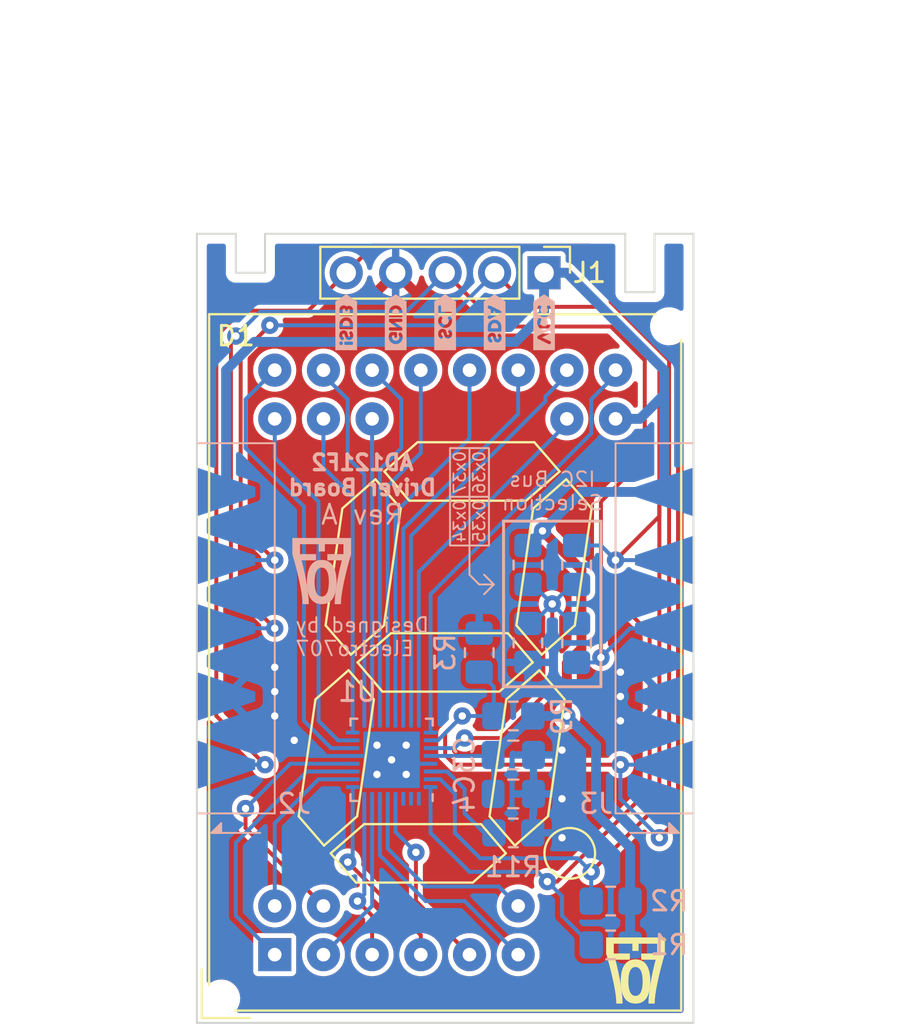
<source format=kicad_pcb>
(kicad_pcb (version 20221018) (generator pcbnew)
  (layers (0 "F.Cu" signal) (31 "B.Cu" signal) (34 "B.Paste" user) (35 "F.Paste" user) (36 "B.SilkS" user "B.Silkscreen") (37 "F.SilkS" user "F.Silkscreen") (38 "B.Mask" user) (39 "F.Mask" user) (44 "Edge.Cuts" user))
  (net 0 "")
  (net 1 "GND")
  (net 2 "VCC")
  (net 3 "/LED_G5")
  (net 4 "/LED_B4")
  (net 5 "/LED_G4")
  (net 6 "/LED_R4")
  (net 7 "/LED_B3")
  (net 8 "/LED_R3")
  (net 9 "/LED_B5")
  (net 10 "/LED_R5")
  (net 11 "/LED_G3")
  (net 12 "/LED_G6")
  (net 13 "/LED_R6")
  (net 14 "/LED_G7")
  (net 15 "/LED_G2")
  (net 16 "/LED_B6")
  (net 17 "/LED_B7")
  (net 18 "/LED_R7")
  (net 19 "/LED_B1")
  (net 20 "/LED_G1")
  (net 21 "/LED_R1")
  (net 22 "/LED_B2")
  (net 23 "/LED_R2")
  (net 24 "/SDA")
  (net 25 "/SCL")
  (net 26 "/~{SDB}")
  (net 27 "/AD")
  (net 28 "Net-(U1-ISET)")
  (footprint "Display_7Segment:AD-121F2" (layer "F.Cu") (at 191.5 114.5 90)
    (fp_text reference "D1")
    (fp_text value "AD-121F2")
  )
  (footprint "Connector_PinHeader_2.54mm:PinHeader_1x05_P2.54mm_Vertical" (layer "F.Cu") (at 205.33 79.5 -90)
    (fp_text reference "J1")
    (fp_text value "Conn_01x05_Socket")
  )
  (footprint "kibuzzard-64D44BAC" (layer "B.Cu") (at 195.17 82.04 90)
    (fp_text reference "kibuzzard-64D44BAC" hide)
    (fp_text value "G***" hide)
  )
  (footprint "Resistor_SMD:R_0805_2012Metric_Pad1.20x1.40mm_HandSolder" (layer "B.Cu") (at 203.75 108.25)
    (fp_text reference "R11")
    (fp_text value "3.3k")
  )
  (footprint "kibuzzard-64D44BC8" (layer "B.Cu") (at 205.33 82.04 90)
    (fp_text reference "kibuzzard-64D44BC8" hide)
    (fp_text value "G***" hide)
  )
  (footprint "Package_DFN_QFN:QFN-32-1EP_4x4mm_P0.4mm_EP2.9x2.9mm" (layer "B.Cu") (at 197.5 104.5 90)
    (fp_text reference "U1")
    (fp_text value "IS31FL3239")
  )
  (footprint "Resistor_SMD:R_0805_2012Metric_Pad1.20x1.40mm_HandSolder" (layer "B.Cu") (at 203.75 102.25 180)
    (fp_text reference "R9")
    (fp_text value "10k")
  )
  (footprint "Resistor_SMD:R_0805_2012Metric_Pad1.20x1.40mm_HandSolder" (layer "B.Cu") (at 208.75 114 180)
    (fp_text reference "R1")
    (fp_text value "4.7k")
  )
  (footprint "Capacitor_SMD:C_0805_2012Metric_Pad1.18x1.45mm_HandSolder" (layer "B.Cu") (at 203.75 104.25)
    (fp_text reference "C3")
    (fp_text value "0.1u")
  )
  (footprint "Resistor_SMD:R_0805_2012Metric_Pad1.20x1.40mm_HandSolder" (layer "B.Cu") (at 202 99 90)
    (fp_text reference "R3")
    (fp_text value "100k")
  )
  (footprint "Resistor_SMD:R_0805_2012Metric_Pad1.20x1.40mm_HandSolder" (layer "B.Cu") (at 208.75 111.75 180)
    (fp_text reference "R2")
    (fp_text value "4.7k")
  )
  (footprint "kibuzzard-64D44BBD" (layer "B.Cu") (at 200.25 82.04 90)
    (fp_text reference "kibuzzard-64D44BBD" hide)
    (fp_text value "G***" hide)
  )
  (footprint "Resistor_SMD:R_0805_2012Metric_Pad1.20x1.40mm_HandSolder" (layer "B.Cu") (at 207 94.5 -90)
    (fp_text reference "R5" hide)
    (fp_text value "0")
  )
  (footprint "ProjectLibrary:CustomBoardInterconnectMirror" (layer "B.Cu") (at 191.5 106.25 180)
    (fp_text reference "J2")
    (fp_text value "Conn_01x05_Socket")
  )
  (footprint "kibuzzard-64D44BB9" (layer "B.Cu") (at 197.71 82.04 90)
    (fp_text reference "kibuzzard-64D44BB9" hide)
    (fp_text value "G***" hide)
  )
  (footprint "Capacitor_SMD:C_0805_2012Metric_Pad1.18x1.45mm_HandSolder" (layer "B.Cu") (at 203.75 106.25)
    (fp_text reference "C4")
    (fp_text value "1u")
  )
  (footprint "ProjectLibrary:CustomBoardInterconnect" (layer "B.Cu") (at 213 106.25 180)
    (fp_text reference "J3")
    (fp_text value "Conn_01x05_Pin")
  )
  (footprint "Resistor_SMD:R_0805_2012Metric_Pad1.20x1.40mm_HandSolder" (layer "B.Cu") (at 204.5 98.5 90)
    (fp_text reference "R10" hide)
    (fp_text value "0")
  )
  (footprint "Resistor_SMD:R_0805_2012Metric_Pad1.20x1.40mm_HandSolder" (layer "B.Cu") (at 204.5 94.5 -90)
    (fp_text reference "R4" hide)
    (fp_text value "0")
  )
  (footprint "Resistor_SMD:R_0805_2012Metric_Pad1.20x1.40mm_HandSolder" (layer "B.Cu") (at 207 98.5 90)
    (fp_text reference "R6" hide)
    (fp_text value "0")
  )
  (footprint "kibuzzard-64D44BC4" (layer "B.Cu") (at 202.79 82.04 90)
    (fp_text reference "kibuzzard-64D44BC4" hide)
    (fp_text value "G***" hide)
  )
  (gr_poly (pts (xy 193.837265 94.252197) (xy 193.787643 94.257416) (xy 193.73209 94.267579) (xy 193.672141 94.284334) (xy 193.609337 94.309329) (xy 193.577344 94.325431) (xy 193.545214 94.344211) (xy 193.513139 94.365875) (xy 193.481311 94.390629) (xy 193.449922 94.418679) (xy 193.419165 94.450231) (xy 193.389233 94.48549) (xy 193.360316 94.524664) (xy 193.332608 94.567957) (xy 193.3063 94.615576) (xy 193.281586 94.667727) (xy 193.258657 94.724616) (xy 193.237705 94.786449) (xy 193.218923 94.853431) (xy 193.202504 94.92577) (xy 193.188638 95.00367) (xy 193.177519 95.087338) (xy 193.169339 95.176979) (xy 193.16429 95.272801) (xy 193.162564 95.375008) (xy 193.16429 95.477215) (xy 193.169339 95.573037) (xy 193.177519 95.662678) (xy 193.188638 95.746346) (xy 193.202504 95.824246) (xy 193.218924 95.896585) (xy 193.237705 95.963567) (xy 193.258657 96.0254) (xy 193.281586 96.082289) (xy 193.3063 96.13444) (xy 193.332608 96.182059) (xy 193.360316 96.225353) (xy 193.389233 96.264526) (xy 193.419165 96.299786) (xy 193.449922 96.331338) (xy 193.481311 96.359388) (xy 193.513139 96.384142) (xy 193.545214 96.405806) (xy 193.577344 96.424586) (xy 193.609337 96.440688) (xy 193.641 96.454318) (xy 193.672141 96.465683) (xy 193.702569 96.474987) (xy 193.732089 96.482438) (xy 193.787643 96.492601) (xy 193.837264 96.497819) (xy 193.912557 96.500017) (xy 193.98785 96.497819) (xy 194.037471 96.492601) (xy 194.093025 96.482438) (xy 194.152973 96.465683) (xy 194.215778 96.440688) (xy 194.24777 96.424586) (xy 194.279901 96.405806) (xy 194.311976 96.384142) (xy 194.343804 96.359388) (xy 194.375192 96.331338) (xy 194.405949 96.299786) (xy 194.435882 96.264526) (xy 194.464799 96.225353) (xy 194.492507 96.182059) (xy 194.518814 96.13444) (xy 194.543528 96.082289) (xy 194.566458 96.0254) (xy 194.587409 95.963567) (xy 194.606191 95.896585) (xy 194.622611 95.824246) (xy 194.636476 95.746346) (xy 194.647595 95.662678) (xy 194.655775 95.573037) (xy 194.660824 95.477215) (xy 194.66255 95.375008) (xy 194.287573 95.375008) (xy 194.28671 95.443146) (xy 194.284185 95.507027) (xy 194.280095 95.566788) (xy 194.274535 95.622566) (xy 194.267602 95.674499) (xy 194.259392 95.722725) (xy 194.25 95.767379) (xy 194.239524 95.808601) (xy 194.228058 95.846526) (xy 194.215701 95.881293) (xy 194.202546 95.913039) (xy 194.188691 95.9419) (xy 194.174232 95.968015) (xy 194.159265 95.991521) (xy 194.143885 96.012555) (xy 194.12819 96.031255) (xy 194.112275 96.047757) (xy 194.096237 96.062199) (xy 194.080171 96.074718) (xy 194.064174 96.085453) (xy 194.048341 96.094539) (xy 194.03277 96.102115) (xy 194.017555 96.108317) (xy 194.002794 96.113283) (xy 193.988582 96.117151) (xy 193.975016 96.120058) (xy 193.950204 96.123537) (xy 193.929128 96.124818) (xy 193.912557 96.125001) (xy 193.87491 96.123537) (xy 193.850098 96.120058) (xy 193.82232 96.113283) (xy 193.792345 96.102115) (xy 193.760941 96.085453) (xy 193.728878 96.062199) (xy 193.712839 96.047757) (xy 193.696924 96.031255) (xy 193.681229 96.012555) (xy 193.66585 95.991521) (xy 193.650882 95.968015) (xy 193.636423 95.9419) (xy 193.622568 95.913039) (xy 193.609414 95.881293) (xy 193.597056 95.846526) (xy 193.585591 95.808601) (xy 193.575114 95.767379) (xy 193.565723 95.722725) (xy 193.557512 95.674499) (xy 193.550579 95.622566) (xy 193.545019 95.566788) (xy 193.540929 95.507027) (xy 193.538404 95.443146) (xy 193.537541 95.375008) (xy 193.538404 95.30687) (xy 193.540929 95.242989) (xy 193.545019 95.183228) (xy 193.550579 95.12745) (xy 193.557512 95.075517) (xy 193.565723 95.027291) (xy 193.575114 94.982637) (xy 193.585591 94.941415) (xy 193.597056 94.90349) (xy 193.609414 94.868723) (xy 193.622568 94.836978) (xy 193.636423 94.808116) (xy 193.650882 94.782001) (xy 193.66585 94.758495) (xy 193.681229 94.737461) (xy 193.696924 94.718762) (xy 193.712839 94.70226) (xy 193.728877 94.687818) (xy 193.744943 94.675298) (xy 193.760941 94.664564) (xy 193.776773 94.655478) (xy 193.792345 94.647902) (xy 193.807559 94.641699) (xy 193.82232 94.636733) (xy 193.836532 94.632865) (xy 193.850098 94.629959) (xy 193.87491 94.62648) (xy 193.895986 94.625199) (xy 193.912557 94.625016) (xy 193.950204 94.62648) (xy 193.975016 94.629959) (xy 194.002794 94.636733) (xy 194.03277 94.647902) (xy 194.064174 94.664564) (xy 194.096237 94.687818) (xy 194.112275 94.70226) (xy 194.12819 94.718762) (xy 194.143885 94.737461) (xy 194.159265 94.758495) (xy 194.174232 94.782001) (xy 194.188691 94.808116) (xy 194.202546 94.836978) (xy 194.215701 94.868723) (xy 194.228058 94.90349) (xy 194.239524 94.941416) (xy 194.25 94.982637) (xy 194.259392 95.027291) (xy 194.267602 95.075517) (xy 194.274535 95.12745) (xy 194.280095 95.183228) (xy 194.284185 95.242989) (xy 194.28671 95.30687) (xy 194.287573 95.375008) (xy 194.66255 95.375008) (xy 194.660824 95.272801) (xy 194.655775 95.176979) (xy 194.647595 95.087338) (xy 194.636476 95.00367) (xy 194.622611 94.92577) (xy 194.606191 94.853432) (xy 194.587409 94.786449) (xy 194.566458 94.724616) (xy 194.543528 94.667728) (xy 194.518814 94.615577) (xy 194.492507 94.567957) (xy 194.464798 94.524664) (xy 194.435882 94.485491) (xy 194.405949 94.450231) (xy 194.375192 94.418679) (xy 194.343804 94.390629) (xy 194.311976 94.365875) (xy 194.2799 94.344211) (xy 194.24777 94.325431) (xy 194.215778 94.309329) (xy 194.184114 94.295699) (xy 194.152973 94.284334) (xy 194.122546 94.27503) (xy 194.093025 94.267579) (xy 194.037471 94.257416) (xy 193.98785 94.252197) (xy 193.912557 94.25)) (stroke (width 0.019874)) (fill solid) (layer "B.SilkS"))
  (gr_rect (start 200.5 88.5) (end 202.5 93.5) (stroke (width 0.1)) (fill none) (layer "B.SilkS"))
  (gr_line (start 201.5 88.5) (end 201.5 93.5) (stroke (width 0.1)) (layer "B.SilkS"))
  (gr_line (start 202 95.5) (end 201.5 95) (stroke (width 0.1)) (layer "B.SilkS"))
  (gr_line (start 202.75 95.5) (end 202.25 95) (stroke (width 0.1)) (layer "B.SilkS"))
  (gr_poly (pts (xy 192.412572 93.95) (xy 192.526245 94.33789) (xy 192.611646 94.657959) (xy 192.7032 95.028124) (xy 192.791238 95.4229) (xy 192.866093 95.816796) (xy 192.895555 96.00545) (xy 192.918096 96.184326) (xy 192.932506 96.350238) (xy 192.937578 96.5) (xy 193.23756 96.5) (xy 193.234172 96.353607) (xy 193.224522 96.197217) (xy 193.209379 96.033138) (xy 193.189511 95.863675) (xy 193.165687 95.691136) (xy 193.138678 95.517828) (xy 193.078177 95.178135) (xy 193.01416 94.863051) (xy 192.952781 94.591033) (xy 192.900191 94.380537) (xy 192.862544 94.25002) (xy 193.612576 94.25002) (xy 193.612576 93.95) (xy 192.787549 93.95) (xy 192.787559 93.425014) (xy 193.762559 93.425014) (xy 193.762559 93.800014) (xy 194.062559 93.800014) (xy 194.062559 93.425014) (xy 195.037559 93.425014) (xy 195.037566 93.95) (xy 194.212578 93.95) (xy 194.212578 94.25002) (xy 194.962571 94.25002) (xy 194.924924 94.380537) (xy 194.872334 94.591033) (xy 194.810954 94.863051) (xy 194.746938 95.178135) (xy 194.686437 95.517828) (xy 194.635604 95.863674) (xy 194.615736 96.033137) (xy 194.600593 96.197217) (xy 194.590943 96.353607) (xy 194.587555 96.5) (xy 194.887575 96.5) (xy 194.892647 96.350238) (xy 194.907056 96.184326) (xy 194.929595 96.00545) (xy 194.959055 95.816796) (xy 194.994227 95.621551) (xy 195.033903 95.4229) (xy 195.121934 95.028124) (xy 195.213481 94.657959) (xy 195.298876 94.33789) (xy 195.368453 94.093408) (xy 195.412543 93.95) (xy 195.412559 93.125014) (xy 192.41256 93.125014)) (stroke (width 0.019874)) (fill solid) (layer "B.SilkS"))
  (gr_line (start 200.5 91) (end 202.5 91) (stroke (width 0.1)) (layer "B.SilkS"))
  (gr_line (start 202.75 95.5) (end 202 95.5) (stroke (width 0.1)) (layer "B.SilkS"))
  (gr_line (start 201.5 95) (end 201.5 93.5) (stroke (width 0.1)) (layer "B.SilkS"))
  (gr_line (start 202.75 95.5) (end 202.25 96) (stroke (width 0.1)) (layer "B.SilkS"))
  (gr_rect (start 203.25 92.25) (end 208.25 100.75) (stroke (width 0.15)) (fill none) (layer "B.SilkS"))
  (gr_poly (pts (xy 210.100313 114.752197) (xy 210.149935 114.757416) (xy 210.205488 114.767579) (xy 210.265437 114.784334) (xy 210.328241 114.809329) (xy 210.360234 114.825431) (xy 210.392364 114.844211) (xy 210.424439 114.865875) (xy 210.456267 114.890629) (xy 210.487656 114.918679) (xy 210.518413 114.950231) (xy 210.548345 114.98549) (xy 210.577262 115.024664) (xy 210.60497 115.067957) (xy 210.631278 115.115576) (xy 210.655992 115.167727) (xy 210.678921 115.224616) (xy 210.699873 115.286449) (xy 210.718655 115.353431) (xy 210.735074 115.42577) (xy 210.74894 115.50367) (xy 210.760059 115.587338) (xy 210.768239 115.676979) (xy 210.773288 115.772801) (xy 210.775014 115.875008) (xy 210.773288 115.977215) (xy 210.768239 116.073037) (xy 210.760059 116.162678) (xy 210.74894 116.246346) (xy 210.735074 116.324246) (xy 210.718654 116.396585) (xy 210.699873 116.463567) (xy 210.678921 116.5254) (xy 210.655992 116.582289) (xy 210.631278 116.63444) (xy 210.60497 116.682059) (xy 210.577262 116.725353) (xy 210.548345 116.764526) (xy 210.518413 116.799786) (xy 210.487656 116.831338) (xy 210.456267 116.859388) (xy 210.424439 116.884142) (xy 210.392364 116.905806) (xy 210.360234 116.924586) (xy 210.328241 116.940688) (xy 210.296578 116.954318) (xy 210.265437 116.965683) (xy 210.235009 116.974987) (xy 210.205489 116.982438) (xy 210.149935 116.992601) (xy 210.100314 116.997819) (xy 210.025021 117.000017) (xy 209.949728 116.997819) (xy 209.900107 116.992601) (xy 209.844553 116.982438) (xy 209.784605 116.965683) (xy 209.7218 116.940688) (xy 209.689808 116.924586) (xy 209.657677 116.905806) (xy 209.625602 116.884142) (xy 209.593774 116.859388) (xy 209.562386 116.831338) (xy 209.531629 116.799786) (xy 209.501696 116.764526) (xy 209.472779 116.725353) (xy 209.445071 116.682059) (xy 209.418764 116.63444) (xy 209.39405 116.582289) (xy 209.37112 116.5254) (xy 209.350169 116.463567) (xy 209.331387 116.396585) (xy 209.314967 116.324246) (xy 209.301102 116.246346) (xy 209.289983 116.162678) (xy 209.281803 116.073037) (xy 209.276754 115.977215) (xy 209.275028 115.875008) (xy 209.650005 115.875008) (xy 209.650868 115.943146) (xy 209.653393 116.007027) (xy 209.657483 116.066788) (xy 209.663043 116.122566) (xy 209.669976 116.174499) (xy 209.678186 116.222725) (xy 209.687578 116.267379) (xy 209.698054 116.308601) (xy 209.70952 116.346526) (xy 209.721877 116.381293) (xy 209.735032 116.413039) (xy 209.748887 116.4419) (xy 209.763346 116.468015) (xy 209.778313 116.491521) (xy 209.793693 116.512555) (xy 209.809388 116.531255) (xy 209.825303 116.547757) (xy 209.841341 116.562199) (xy 209.857407 116.574718) (xy 209.873404 116.585453) (xy 209.889237 116.594539) (xy 209.904808 116.602115) (xy 209.920023 116.608317) (xy 209.934784 116.613283) (xy 209.948996 116.617151) (xy 209.962562 116.620058) (xy 209.987374 116.623537) (xy 210.00845 116.624818) (xy 210.025021 116.625001) (xy 210.062668 116.623537) (xy 210.08748 116.620058) (xy 210.115258 116.613283) (xy 210.145233 116.602115) (xy 210.176637 116.585453) (xy 210.2087 116.562199) (xy 210.224739 116.547757) (xy 210.240654 116.531255) (xy 210.256349 116.512555) (xy 210.271728 116.491521) (xy 210.286696 116.468015) (xy 210.301155 116.4419) (xy 210.31501 116.413039) (xy 210.328164 116.381293) (xy 210.340522 116.346526) (xy 210.351987 116.308601) (xy 210.362464 116.267379) (xy 210.371855 116.222725) (xy 210.380066 116.174499) (xy 210.386999 116.122566) (xy 210.392559 116.066788) (xy 210.396649 116.007027) (xy 210.399174 115.943146) (xy 210.400037 115.875008) (xy 210.399174 115.80687) (xy 210.396649 115.742989) (xy 210.392559 115.683228) (xy 210.386999 115.62745) (xy 210.380066 115.575517) (xy 210.371855 115.527291) (xy 210.362464 115.482637) (xy 210.351987 115.441415) (xy 210.340522 115.40349) (xy 210.328164 115.368723) (xy 210.31501 115.336978) (xy 210.301155 115.308116) (xy 210.286696 115.282001) (xy 210.271728 115.258495) (xy 210.256349 115.237461) (xy 210.240654 115.218762) (xy 210.224739 115.20226) (xy 210.208701 115.187818) (xy 210.192635 115.175298) (xy 210.176637 115.164564) (xy 210.160805 115.155478) (xy 210.145233 115.147902) (xy 210.130019 115.141699) (xy 210.115258 115.136733) (xy 210.101046 115.132865) (xy 210.08748 115.129959) (xy 210.062668 115.12648) (xy 210.041592 115.125199) (xy 210.025021 115.125016) (xy 209.987374 115.12648) (xy 209.962562 115.129959) (xy 209.934784 115.136733) (xy 209.904808 115.147902) (xy 209.873404 115.164564) (xy 209.841341 115.187818) (xy 209.825303 115.20226) (xy 209.809388 115.218762) (xy 209.793693 115.237461) (xy 209.778313 115.258495) (xy 209.763346 115.282001) (xy 209.748887 115.308116) (xy 209.735032 115.336978) (xy 209.721877 115.368723) (xy 209.70952 115.40349) (xy 209.698054 115.441416) (xy 209.687578 115.482637) (xy 209.678186 115.527291) (xy 209.669976 115.575517) (xy 209.663043 115.62745) (xy 209.657483 115.683228) (xy 209.653393 115.742989) (xy 209.650868 115.80687) (xy 209.650005 115.875008) (xy 209.275028 115.875008) (xy 209.276754 115.772801) (xy 209.281803 115.676979) (xy 209.289983 115.587338) (xy 209.301102 115.50367) (xy 209.314967 115.42577) (xy 209.331387 115.353432) (xy 209.350169 115.286449) (xy 209.37112 115.224616) (xy 209.39405 115.167728) (xy 209.418764 115.115577) (xy 209.445071 115.067957) (xy 209.47278 115.024664) (xy 209.501696 114.985491) (xy 209.531629 114.950231) (xy 209.562386 114.918679) (xy 209.593774 114.890629) (xy 209.625602 114.865875) (xy 209.657678 114.844211) (xy 209.689808 114.825431) (xy 209.7218 114.809329) (xy 209.753464 114.795699) (xy 209.784605 114.784334) (xy 209.815032 114.77503) (xy 209.844553 114.767579) (xy 209.900107 114.757416) (xy 209.949728 114.752197) (xy 210.025021 114.75)) (stroke (width 0.019874)) (fill solid) (layer "F.SilkS"))
  (gr_poly (pts (xy 211.525006 114.45) (xy 211.411333 114.83789) (xy 211.325932 115.157959) (xy 211.234378 115.528124) (xy 211.14634 115.9229) (xy 211.071485 116.316796) (xy 211.042023 116.50545) (xy 211.019482 116.684326) (xy 211.005072 116.850238) (xy 211 117) (xy 210.700018 117) (xy 210.703406 116.853607) (xy 210.713056 116.697217) (xy 210.728199 116.533138) (xy 210.748067 116.363675) (xy 210.771891 116.191136) (xy 210.7989 116.017828) (xy 210.859401 115.678135) (xy 210.923418 115.363051) (xy 210.984797 115.091033) (xy 211.037387 114.880537) (xy 211.075034 114.75002) (xy 210.325002 114.75002) (xy 210.325002 114.45) (xy 211.150029 114.45) (xy 211.150019 113.925014) (xy 210.175019 113.925014) (xy 210.175019 114.300014) (xy 209.875019 114.300014) (xy 209.875019 113.925014) (xy 208.900019 113.925014) (xy 208.900012 114.45) (xy 209.725 114.45) (xy 209.725 114.75002) (xy 208.975007 114.75002) (xy 209.012654 114.880537) (xy 209.065244 115.091033) (xy 209.126624 115.363051) (xy 209.19064 115.678135) (xy 209.251141 116.017828) (xy 209.301974 116.363674) (xy 209.321842 116.533137) (xy 209.336985 116.697217) (xy 209.346635 116.853607) (xy 209.350023 117) (xy 209.050003 117) (xy 209.044931 116.850238) (xy 209.030522 116.684326) (xy 209.007983 116.50545) (xy 208.978523 116.316796) (xy 208.943351 116.121551) (xy 208.903675 115.9229) (xy 208.815644 115.528124) (xy 208.724097 115.157959) (xy 208.638702 114.83789) (xy 208.569125 114.593408) (xy 208.525035 114.45) (xy 208.525019 113.625014) (xy 211.525018 113.625014)) (stroke (width 0.019874)) (fill solid) (layer "F.SilkS"))
  (gr_line (start 209.5 80.5) (end 211 80.5) (stroke (width 0.1)) (layer "Edge.Cuts"))
  (gr_line (start 211 77.5) (end 213 77.5) (stroke (width 0.1)) (layer "Edge.Cuts"))
  (gr_line (start 191 77.5) (end 209.5 77.5) (stroke (width 0.1)) (layer "Edge.Cuts"))
  (gr_line (start 187.5 118) (end 187.5 77.5) (stroke (width 0.1)) (layer "Edge.Cuts"))
  (gr_line (start 211 80.5) (end 211 77.5) (stroke (width 0.1)) (layer "Edge.Cuts"))
  (gr_line (start 187.5 77.5) (end 189.5 77.5) (stroke (width 0.1)) (layer "Edge.Cuts"))
  (gr_line (start 191 79.5) (end 191 77.5) (stroke (width 0.1)) (layer "Edge.Cuts"))
  (gr_line (start 189.5 77.5) (end 189.5 79.5) (stroke (width 0.1)) (layer "Edge.Cuts"))
  (gr_line (start 213 77.5) (end 213 118) (stroke (width 0.1)) (layer "Edge.Cuts"))
  (gr_line (start 209.5 77.5) (end 209.5 80.5) (stroke (width 0.1)) (layer "Edge.Cuts"))
  (gr_line (start 189.5 79.5) (end 191 79.5) (stroke (width 0.1)) (layer "Edge.Cuts"))
  (gr_line (start 213 118) (end 187.5 118) (stroke (width 0.1)) (layer "Edge.Cuts"))
  (gr_text "0x34" (at 201 92.25 90) (layer "B.SilkS") (effects (font (size 0.6 0.6) (thickness 0.09)) (justify mirror)))
  (gr_text "AD121F2\nDriver Board" (at 196 91) (layer "B.SilkS") (effects (font (size 0.8 0.8) (thickness 0.18) bold) (justify bottom mirror)))
  (gr_text "I2C Bus\nSelection" (at 205.75 91.75) (layer "B.SilkS") (effects (font (size 0.75 0.75) (thickness 0.1)) (justify bottom mirror)))
  (gr_text "Rev A" (at 196 92.5) (layer "B.SilkS") (effects (font (size 1 1) (thickness 0.125)) (justify bottom mirror)))
  (gr_text "0x35" (at 202 92.25 90) (layer "B.SilkS") (effects (font (size 0.6 0.6) (thickness 0.09)) (justify mirror)))
  (gr_text "0x36" (at 202 89.75 90) (layer "B.SilkS") (effects (font (size 0.6 0.6) (thickness 0.09)) (justify mirror)))
  (gr_text "Designed by\nElectro707" (at 192.5 99.232637) (layer "B.SilkS") (effects (font (size 0.75 0.75) (thickness 0.1)) (justify right bottom mirror)))
  (gr_text "0x37" (at 201 89.75 90) (layer "B.SilkS") (effects (font (size 0.6 0.6) (thickness 0.09)) (justify mirror)))
  (segment (start 196.25 80.96) (end 196.25 81.5) (width 0.508) (layer "F.Cu") (net 1))
  (segment (start 197.71 79.5) (end 196.25 80.96) (width 0.508) (layer "F.Cu") (net 1))
  (segment (start 199.25 81.04) (end 199.25 81.5) (width 0.508) (layer "F.Cu") (net 1))
  (segment (start 197.71 79.5) (end 199.25 81.04) (width 0.508) (layer "F.Cu") (net 1))
  (via (at 196.75 103.75) (size 0.889) (drill 0.381) (layers "F.Cu" "B.Cu") (net 1))
  (via (at 198.25 103.75) (size 0.889) (drill 0.381) (layers "F.Cu" "B.Cu") (net 1))
  (via (at 192.5 103.5) (size 0.889) (drill 0.381) (layers "F.Cu" "B.Cu") (net 1))
  (via (at 198.25 105.25) (size 0.889) (drill 0.381) (layers "F.Cu" "B.Cu") (net 1))
  (via (at 191.5 101) (size 0.889) (drill 0.381) (layers "F.Cu" "B.Cu") (net 1))
  (via (at 197.5 104.5) (size 0.889) (drill 0.381) (layers "F.Cu" "B.Cu") (net 1))
  (via (at 206.25 104) (size 0.889) (drill 0.381) (layers "F.Cu" "B.Cu") (net 1))
  (via (at 206.25 106.5) (size 0.889) (drill 0.381) (layers "F.Cu" "B.Cu") (net 1))
  (via (at 209.25 102.5) (size 0.889) (drill 0.381) (layers "F.Cu" "B.Cu") (net 1))
  (via (at 191.5 102.25) (size 0.889) (drill 0.381) (layers "F.Cu" "B.Cu") (net 1))
  (via (at 209.25 101.25) (size 0.889) (drill 0.381) (layers "F.Cu" "B.Cu") (net 1))
  (via (at 191.5 99.75) (size 0.889) (drill 0.381) (layers "F.Cu" "B.Cu") (net 1))
  (via (at 209.25 100) (size 0.889) (drill 0.381) (layers "F.Cu" "B.Cu") (net 1))
  (via (at 206.25 108.5) (size 0.889) (drill 0.381) (layers "F.Cu" "B.Cu") (net 1))
  (via (at 196.75 105.25) (size 0.889) (drill 0.381) (layers "F.Cu" "B.Cu") (net 1))
  (segment (start 199.5 104.7) (end 197.7 104.7) (width 0.2032) (layer "B.Cu") (net 1))
  (segment (start 197.7 104.7) (end 197.5 104.5) (width 0.2032) (layer "B.Cu") (net 1))
  (segment (start 195.5 104.3) (end 193.3 104.3) (width 0.2032) (layer "B.Cu") (net 1))
  (segment (start 197.3 104.3) (end 197.5 104.5) (width 0.2032) (layer "B.Cu") (net 1))
  (segment (start 197.3 104.432) (end 197.5 104.632) (width 0.2032) (layer "B.Cu") (net 1))
  (segment (start 195.5 104.3) (end 197.3 104.3) (width 0.2032) (layer "B.Cu") (net 1))
  (segment (start 193.3 104.3) (end 192.5 103.5) (width 0.2032) (layer "B.Cu") (net 1))
  (segment (start 197.7 104.832) (end 197.5 104.632) (width 0.2032) (layer "B.Cu") (net 1))
  (segment (start 206.5 102.25) (end 206.5 99.546645) (width 0.508) (layer "F.Cu") (net 2))
  (segment (start 207.25 98.796645) (end 207.25 94.75) (width 0.508) (layer "F.Cu") (net 2))
  (segment (start 206.5 99.546645) (end 207.25 98.796645) (width 0.508) (layer "F.Cu") (net 2))
  (segment (start 207.25 94.75) (end 205.25 92.75) (width 0.508) (layer "F.Cu") (net 2))
  (via (at 206.5 102.25) (size 0.889) (drill 0.381) (layers "F.Cu" "B.Cu") (net 2))
  (via (at 205.25 92.75) (size 0.889) (drill 0.381) (layers "F.Cu" "B.Cu") (net 2))
  (segment (start 211.5 85.75) (end 211.5 90.75) (width 0.508) (layer "B.Cu") (net 2))
  (segment (start 205.33 81.585) (end 203.8656 83.0494) (width 0.508) (layer "B.Cu") (net 2))
  (segment (start 204.75 102.25) (end 204.7125 102.25) (width 0.508) (layer "B.Cu") (net 2))
  (segment (start 206.5 102.25) (end 208 103.75) (width 0.508) (layer "B.Cu") (net 2))
  (segment (start 207.25 90.75) (end 204.5 93.5) (width 0.508) (layer "B.Cu") (net 2))
  (segment (start 205.33 79.5) (end 206.5 79.5) (width 0.508) (layer "B.Cu") (net 2))
  (segment (start 208 103.75) (end 208 107.25) (width 0.508) (layer "B.Cu") (net 2))
  (segment (start 204.7125 102.25) (end 202.7125 104.25) (width 0.508) (layer "B.Cu") (net 2))
  (segment (start 211.5 90.75) (end 207.25 90.75) (width 0.508) (layer "B.Cu") (net 2))
  (segment (start 206.5 79.5) (end 211.5 84.5) (width 0.508) (layer "B.Cu") (net 2))
  (segment (start 211.5 84.5) (end 211.5 85.75) (width 0.508) (layer "B.Cu") (net 2))
  (segment (start 211.25 86) (end 210.25 87) (width 0.508) (layer "B.Cu") (net 2))
  (segment (start 203.8656 83.0494) (end 190.4506 83.0494) (width 0.508) (layer "B.Cu") (net 2))
  (segment (start 211.5 85.75) (end 211.25 86) (width 0.508) (layer "B.Cu") (net 2))
  (segment (start 189 84.5) (end 189 90.75) (width 0.508) (layer "B.Cu") (net 2))
  (segment (start 209.75 111.75) (end 209.75 114) (width 0.508) (layer "B.Cu") (net 2))
  (segment (start 199.5 104.3) (end 202.6625 104.3) (width 0.2032) (layer "B.Cu") (net 2))
  (segment (start 208 107.25) (end 209.75 109) (width 0.508) (layer "B.Cu") (net 2))
  (segment (start 206.5 102.25) (end 204.75 102.25) (width 0.508) (layer "B.Cu") (net 2))
  (segment (start 205.33 79.5) (end 205.33 81.585) (width 0.508) (layer "B.Cu") (net 2))
  (segment (start 209.75 109) (end 209.75 111.75) (width 0.508) (layer "B.Cu") (net 2))
  (segment (start 202.7125 106.25) (end 202.7125 104.25) (width 0.2032) (layer "B.Cu") (net 2))
  (segment (start 190.4506 83.0494) (end 189 84.5) (width 0.508) (layer "B.Cu") (net 2))
  (segment (start 210.25 87) (end 209 87) (width 0.508) (layer "B.Cu") (net 2))
  (segment (start 191.5 114.5) (end 189.5 112.5) (width 0.2032) (layer "B.Cu") (net 3))
  (segment (start 189.5 108.75) (end 193.15 105.1) (width 0.2032) (layer "B.Cu") (net 3))
  (segment (start 193.15 105.1) (end 195.5 105.1) (width 0.2032) (layer "B.Cu") (net 3))
  (segment (start 189.5 112.5) (end 189.5 108.75) (width 0.2032) (layer "B.Cu") (net 3))
  (segment (start 196.5 112) (end 196.5 106.5) (width 0.2032) (layer "B.Cu") (net 4))
  (segment (start 194 114.5) (end 196.5 112) (width 0.2032) (layer "B.Cu") (net 4))
  (segment (start 196.5 112.5) (end 196.5 114.5) (width 0.2032) (layer "F.Cu") (net 5))
  (segment (start 195.75 111.75) (end 196.5 112.5) (width 0.2032) (layer "F.Cu") (net 5))
  (via (at 195.75 111.75) (size 0.889) (drill 0.381) (layers "F.Cu" "B.Cu") (net 5))
  (segment (start 196.1 111.4) (end 196.1 106.5) (width 0.2032) (layer "B.Cu") (net 5))
  (segment (start 196.1 111.4) (end 195.75 111.75) (width 0.2032) (layer "B.Cu") (net 5))
  (segment (start 199 114.5) (end 199 113.5) (width 0.2032) (layer "F.Cu") (net 6))
  (segment (start 199 113.5) (end 195.25 109.75) (width 0.2032) (layer "F.Cu") (net 6))
  (via (at 195.25 109.75) (size 0.889) (drill 0.381) (layers "F.Cu" "B.Cu") (net 6))
  (segment (start 195.5 109.5) (end 195.25 109.75) (width 0.2032) (layer "B.Cu") (net 6))
  (segment (start 195.5 105.9) (end 195.5 109.5) (width 0.2032) (layer "B.Cu") (net 6))
  (segment (start 198.75 111.75) (end 201.5 114.5) (width 0.2032) (layer "F.Cu") (net 7))
  (segment (start 198.75 109.25) (end 198.75 111.75) (width 0.2032) (layer "F.Cu") (net 7))
  (via (at 198.75 109.25) (size 0.889) (drill 0.381) (layers "F.Cu" "B.Cu") (net 7))
  (segment (start 197.7 106.5) (end 197.7 108.2) (width 0.2032) (layer "B.Cu") (net 7))
  (segment (start 197.7 108.2) (end 198.75 109.25) (width 0.2032) (layer "B.Cu") (net 7))
  (segment (start 196.9 109.4) (end 199.25 111.75) (width 0.2032) (layer "B.Cu") (net 8))
  (segment (start 196.9 109.4) (end 196.9 106.5) (width 0.2032) (layer "B.Cu") (net 8))
  (segment (start 199.25 111.75) (end 201.25 111.75) (width 0.2032) (layer "B.Cu") (net 8))
  (segment (start 201.25 111.75) (end 204 114.5) (width 0.2032) (layer "B.Cu") (net 8))
  (segment (start 191.5 107.75) (end 193.75 105.5) (width 0.2032) (layer "B.Cu") (net 9))
  (segment (start 193.75 105.5) (end 195.5 105.5) (width 0.2032) (layer "B.Cu") (net 9))
  (segment (start 191.5 112) (end 191.5 107.75) (width 0.2032) (layer "B.Cu") (net 9))
  (segment (start 190 108) (end 190 107) (width 0.2032) (layer "F.Cu") (net 10))
  (segment (start 194 112) (end 190 108) (width 0.2032) (layer "F.Cu") (net 10))
  (via (at 190 107) (size 0.889) (drill 0.381) (layers "F.Cu" "B.Cu") (net 10))
  (segment (start 192.3 104.7) (end 195.5 104.7) (width 0.2032) (layer "B.Cu") (net 10))
  (segment (start 190 107) (end 192.3 104.7) (width 0.2032) (layer "B.Cu") (net 10))
  (segment (start 197.3 109.05) (end 199.25 111) (width 0.2032) (layer "B.Cu") (net 11))
  (segment (start 203 111) (end 204 112) (width 0.2032) (layer "B.Cu") (net 11))
  (segment (start 199.25 111) (end 203 111) (width 0.2032) (layer "B.Cu") (net 11))
  (segment (start 197.3 109.05) (end 197.3 106.5) (width 0.2032) (layer "B.Cu") (net 11))
  (segment (start 195.5 103.5) (end 194.75 103.5) (width 0.2032) (layer "B.Cu") (net 12))
  (segment (start 191.5 89) (end 191.5 87) (width 0.2032) (layer "B.Cu") (net 12))
  (segment (start 193.75 91.25) (end 191.5 89) (width 0.2032) (layer "B.Cu") (net 12))
  (segment (start 194.75 103.5) (end 193.75 102.5) (width 0.2032) (layer "B.Cu") (net 12))
  (segment (start 193.75 102.5) (end 193.75 91.25) (width 0.2032) (layer "B.Cu") (net 12))
  (segment (start 195.5 91) (end 195.5 103.1) (width 0.2032) (layer "B.Cu") (net 13))
  (segment (start 194 89.5) (end 195.5 91) (width 0.2032) (layer "B.Cu") (net 13))
  (segment (start 194 87.25) (end 194 89.5) (width 0.2032) (layer "B.Cu") (net 13))
  (segment (start 196.5 87) (end 196.5 102.5) (width 0.2032) (layer "B.Cu") (net 14))
  (segment (start 198.9 94.85) (end 198.9 102.5) (width 0.2032) (layer "B.Cu") (net 15))
  (segment (start 198.9 94.85) (end 206.5 87.25) (width 0.2032) (layer "B.Cu") (net 15))
  (segment (start 194.4 103.9) (end 195.5 103.9) (width 0.2032) (layer "B.Cu") (net 16))
  (segment (start 190 86) (end 190 88.5) (width 0.2032) (layer "B.Cu") (net 16))
  (segment (start 191.5 84.5) (end 190 86) (width 0.2032) (layer "B.Cu") (net 16))
  (segment (start 193 102.5) (end 194.4 103.9) (width 0.2032) (layer "B.Cu") (net 16))
  (segment (start 193 91.5) (end 193 102.5) (width 0.2032) (layer "B.Cu") (net 16))
  (segment (start 190 88.5) (end 193 91.5) (width 0.2032) (layer "B.Cu") (net 16))
  (segment (start 194 84.75) (end 194 84.5) (width 0.2032) (layer "B.Cu") (net 17))
  (segment (start 196.1 89.85) (end 195.25 89) (width 0.2032) (layer "B.Cu") (net 17))
  (segment (start 195.25 86) (end 194 84.75) (width 0.2032) (layer "B.Cu") (net 17))
  (segment (start 195.25 89) (end 195.25 86) (width 0.2032) (layer "B.Cu") (net 17))
  (segment (start 196.1 89.85) (end 196.1 102.5) (width 0.2032) (layer "B.Cu") (net 17))
  (segment (start 198 88.5) (end 198 86) (width 0.2032) (layer "B.Cu") (net 18))
  (segment (start 196.9 89.6) (end 198 88.5) (width 0.2032) (layer "B.Cu") (net 18))
  (segment (start 198 86) (end 196.5 84.5) (width 0.2032) (layer "B.Cu") (net 18))
  (segment (start 196.9 89.6) (end 196.9 102.5) (width 0.2032) (layer "B.Cu") (net 18))
  (segment (start 199 88.75) (end 197.3 90.45) (width 0.2032) (layer "B.Cu") (net 19))
  (segment (start 199 84.75) (end 199 88.75) (width 0.2032) (layer "B.Cu") (net 19))
  (segment (start 197.3 90.45) (end 197.3 102.5) (width 0.2032) (layer "B.Cu") (net 19))
  (segment (start 201.5 88) (end 197.7 91.8) (width 0.2032) (layer "B.Cu") (net 20))
  (segment (start 201.5 84.75) (end 201.5 88) (width 0.2032) (layer "B.Cu") (net 20))
  (segment (start 197.7 91.8) (end 197.7 102.5) (width 0.2032) (layer "B.Cu") (net 20))
  (segment (start 204 84.75) (end 204 86.75) (width 0.2032) (layer "B.Cu") (net 21))
  (segment (start 198.1 92.65) (end 198.1 102.5) (width 0.2032) (layer "B.Cu") (net 21))
  (segment (start 204 86.75) (end 198.1 92.65) (width 0.2032) (layer "B.Cu") (net 21))
  (segment (start 198.5 93) (end 198.5 102.5) (width 0.2032) (layer "B.Cu") (net 22))
  (segment (start 205.396 86.104) (end 198.5 93) (width 0.2032) (layer "B.Cu") (net 22))
  (segment (start 205.396 85.854) (end 205.396 86.104) (width 0.2032) (layer "B.Cu") (net 22))
  (segment (start 206.5 84.75) (end 205.396 85.854) (width 0.2032) (layer "B.Cu") (net 22))
  (segment (start 207.75 86) (end 207.75 87.75) (width 0.2032) (layer "B.Cu") (net 23))
  (segment (start 209 84.75) (end 207.75 86) (width 0.2032) (layer "B.Cu") (net 23))
  (segment (start 199.5 96) (end 199.5 103.1) (width 0.2032) (layer "B.Cu") (net 23))
  (segment (start 207.75 87.75) (end 199.5 96) (width 0.2032) (layer "B.Cu") (net 23))
  (segment (start 189.75 92.5) (end 189.75 83.6985) (width 0.2032) (layer "F.Cu") (net 24))
  (segment (start 208.360835 81.25) (end 211.25 84.139165) (width 0.2032) (layer "F.Cu") (net 24))
  (segment (start 211.25 84.139165) (end 211.25 91.5) (width 0.2032) (layer "F.Cu") (net 24))
  (segment (start 202.79 79.5) (end 204.54 81.25) (width 0.2032) (layer "F.Cu") (net 24))
  (segment (start 211.25 91.5) (end 211.25 106.749978) (width 0.2032) (layer "F.Cu") (net 24))
  (segment (start 211.25 91.5) (end 211.25 92) (width 0.2032) (layer "F.Cu") (net 24))
  (segment (start 191.5 94.25) (end 189.75 92.5) (width 0.2032) (layer "F.Cu") (net 24))
  (segment (start 211.25 92) (end 209 94.25) (width 0.2032) (layer "F.Cu") (net 24))
  (segment (start 189.75 83.6985) (end 191.25 82.1985) (width 0.2032) (layer "F.Cu") (net 24))
  (segment (start 211.25 106.749978) (end 207.75 110.249978) (width 0.2032) (layer "F.Cu") (net 24))
  (segment (start 204.54 81.25) (end 208.360835 81.25) (width 0.2032) (layer "F.Cu") (net 24))
  (via (at 209 94.25) (size 0.889) (drill 0.381) (layers "F.Cu" "B.Cu") (net 24))
  (via (at 191.25 82.1985) (size 0.889) (drill 0.381) (layers "F.Cu" "B.Cu") (net 24))
  (via (at 207.75 110.249978) (size 0.889) (drill 0.381) (layers "F.Cu" "B.Cu") (net 24))
  (via (at 191.5 94.25) (size 0.889) (drill 0.381) (layers "F.Cu" "B.Cu") (net 24))
  (segment (start 202.051498 109.551498) (end 207.05152 109.551498) (width 0.2032) (layer "B.Cu") (net 24))
  (segment (start 202.79 79.5) (end 200.0915 82.1985) (width 0.2032) (layer "B.Cu") (net 24))
  (segment (start 199.5 105.5) (end 200 105.5) (width 0.2032) (layer "B.Cu") (net 24))
  (segment (start 189 94.25) (end 191.5 94.25) (width 0.2032) (layer "B.Cu") (net 24))
  (segment (start 200.75 106.25) (end 200.75 108.25) (width 0.2032) (layer "B.Cu") (net 24))
  (segment (start 207 93.5) (end 208.25 93.5) (width 0.2032) (layer "B.Cu") (net 24))
  (segment (start 207.05152 109.551498) (end 207.75 110.249978) (width 0.2032) (layer "B.Cu") (net 24))
  (segment (start 200.0915 82.1985) (end 191.25 82.1985) (width 0.2032) (layer "B.Cu") (net 24))
  (segment (start 211.5 94.25) (end 209 94.25) (width 0.2032) (layer "B.Cu") (net 24))
  (segment (start 200 105.5) (end 200.75 106.25) (width 0.2032) (layer "B.Cu") (net 24))
  (segment (start 208.25 93.5) (end 209 94.25) (width 0.2032) (layer "B.Cu") (net 24))
  (segment (start 200.75 108.25) (end 202.051498 109.551498) (width 0.2032) (layer "B.Cu") (net 24))
  (segment (start 207.75 111.75) (end 207.75 110.249978) (width 0.2032) (layer "B.Cu") (net 24))
  (segment (start 208.249992 94) (end 208.249992 95.499992) (width 0.2032) (layer "F.Cu") (net 25))
  (segment (start 208.762718 82.262718) (end 210.5 84) (width 0.2032) (layer "F.Cu") (net 25))
  (segment (start 200.25 79.5) (end 203.012718 82.262718) (width 0.2032) (layer "F.Cu") (net 25))
  (segment (start 208.249992 91.250008) (end 208.249992 94) (width 0.2032) (layer "F.Cu") (net 25))
  (segment (start 203.012718 82.262718) (end 208.762718 82.262718) (width 0.2032) (layer "F.Cu") (net 25))
  (segment (start 208.249992 94) (end 208.249992 99.25) (width 0.2032) (layer "F.Cu") (net 25))
  (segment (start 191.5 97.75) (end 189.25 95.5) (width 0.2032) (layer "F.Cu") (net 25))
  (segment (start 210.5 89) (end 208.249992 91.250008) (width 0.2032) (layer "F.Cu") (net 25))
  (segment (start 189.25 83) (end 189.5 82.75) (width 0.2032) (layer "F.Cu") (net 25))
  (segment (start 206.00001 110.74999) (end 205.5 110.74999) (width 0.2032) (layer "F.Cu") (net 25))
  (segment (start 189.25 95.5) (end 189.25 83) (width 0.2032) (layer "F.Cu") (net 25))
  (segment (start 208.249992 95.499992) (end 210.75 98) (width 0.2032) (layer "F.Cu") (net 25))
  (segment (start 210.5 84) (end 210.5 89) (width 0.2032) (layer "F.Cu") (net 25))
  (segment (start 210.75 98) (end 210.75 106) (width 0.2032) (layer "F.Cu") (net 25))
  (segment (start 210.75 106) (end 206.00001 110.74999) (width 0.2032) (layer "F.Cu") (net 25))
  (via (at 205.5 110.74999) (size 0.889) (drill 0.381) (layers "F.Cu" "B.Cu") (net 25))
  (via (at 208.249992 99.25) (size 0.889) (drill 0.381) (layers "F.Cu" "B.Cu") (net 25))
  (via (at 191.5 97.75) (size 0.889) (drill 0.381) (layers "F.Cu" "B.Cu") (net 25))
  (via (at 189.5 82.75) (size 0.889) (drill 0.381) (layers "F.Cu" "B.Cu") (net 25))
  (segment (start 198.25 81.5) (end 190.75 81.5) (width 0.2032) (layer "B.Cu") (net 25))
  (segment (start 199.5 108.25) (end 201.5 110.25) (width 0.2032) (layer "B.Cu") (net 25))
  (segment (start 208 99.5) (end 209.75 97.75) (width 0.2032) (layer "B.Cu") (net 25))
  (segment (start 206.25 112.5) (end 206.25 111.49999) (width 0.2032) (layer "B.Cu") (net 25))
  (segment (start 209.75 97.75) (end 211.5 97.75) (width 0.2032) (layer "B.Cu") (net 25))
  (segment (start 206.25 111.49999) (end 205.5 110.74999) (width 0.2032) (layer "B.Cu") (net 25))
  (segment (start 201.5 110.25) (end 205.00001 110.25) (width 0.2032) (layer "B.Cu") (net 25))
  (segment (start 207 99.5) (end 208 99.5) (width 0.2032) (layer "B.Cu") (net 25))
  (segment (start 200.25 79.5) (end 198.25 81.5) (width 0.2032) (layer "B.Cu") (net 25))
  (segment (start 207.75 114) (end 206.25 112.5) (width 0.2032) (layer "B.Cu") (net 25))
  (segment (start 190.75 81.5) (end 189.5 82.75) (width 0.2032) (layer "B.Cu") (net 25))
  (segment (start 191.5 97.75) (end 189 97.75) (width 0.2032) (layer "B.Cu") (net 25))
  (segment (start 205.00001 110.25) (end 205.5 110.74999) (width 0.2032) (layer "B.Cu") (net 25))
  (segment (start 199.5 105.9) (end 199.5 108.25) (width 0.2032) (layer "B.Cu") (net 25))
  (segment (start 189.8015 81.4485) (end 188.5 82.75) (width 0.2032) (layer "F.Cu") (net 26))
  (segment (start 208.75 81) (end 211.75 84) (width 0.2032) (layer "F.Cu") (net 26))
  (segment (start 201.129948 102.249973) (end 200.25 103.129921) (width 0.2032) (layer "F.Cu") (net 26))
  (segment (start 195.17 79.5) (end 196.5604 78.1096) (width 0.2032) (layer "F.Cu") (net 26))
  (segment (start 202.5 104.75) (end 209.25 104.75) (width 0.2032) (layer "F.Cu") (net 26))
  (segment (start 207.6096 78.1096) (end 208.75 79.25) (width 0.2032) (layer "F.Cu") (net 26))
  (segment (start 200.25 103.129921) (end 200.25 104.25) (width 0.2032) (layer "F.Cu") (net 26))
  (segment (start 211.75 84) (end 211.75 108) (width 0.2032) (layer "F.Cu") (net 26))
  (segment (start 195.17 79.5) (end 193.2215 81.4485) (width 0.2032) (layer "F.Cu") (net 26))
  (segment (start 193.2215 81.4485) (end 189.8015 81.4485) (width 0.2032) (layer "F.Cu") (net 26))
  (segment (start 200.75 104.75) (end 202.5 104.75) (width 0.2032) (layer "F.Cu") (net 26))
  (segment (start 196.5604 78.1096) (end 207.6096 78.1096) (width 0.2032) (layer "F.Cu") (net 26))
  (segment (start 208.75 79.25) (end 208.75 81) (width 0.2032) (layer "F.Cu") (net 26))
  (segment (start 188.5 82.75) (end 188.5 102.25) (width 0.2032) (layer "F.Cu") (net 26))
  (segment (start 188.5 102.25) (end 191 104.75) (width 0.2032) (layer "F.Cu") (net 26))
  (segment (start 211.75 108) (end 211.25 108.5) (width 0.2032) (layer "F.Cu") (net 26))
  (segment (start 200.25 104.25) (end 200.75 104.75) (width 0.2032) (layer "F.Cu") (net 26))
  (via (at 211.25 108.5) (size 0.889) (drill 0.381) (layers "F.Cu" "B.Cu") (net 26))
  (via (at 209.25 104.75) (size 0.889) (drill 0.381) (layers "F.Cu" "B.Cu") (net 26))
  (via (at 191 104.75) (size 0.889) (drill 0.381) (layers "F.Cu" "B.Cu") (net 26))
  (via (at 201.129948 102.249973) (size 0.889) (drill 0.381) (layers "F.Cu" "B.Cu") (net 26))
  (segment (start 199.879921 103.5) (end 201.129948 102.249973) (width 0.2032) (layer "B.Cu") (net 26))
  (segment (start 202.75 100.75) (end 202.75 102.25) (width 0.2032) (layer "B.Cu") (net 26))
  (segment (start 191 104.75) (end 189 104.75) (width 0.2032) (layer "B.Cu") (net 26))
  (segment (start 201.129921 102.25) (end 201.129948 102.249973) (width 0.2032) (layer "B.Cu") (net 26))
  (segment (start 209.25 106.5) (end 209.25 104.75) (width 0.2032) (layer "B.Cu") (net 26))
  (segment (start 202 100) (end 202.75 100.75) (width 0.2032) (layer "B.Cu") (net 26))
  (segment (start 211.5 104.75) (end 209.25 104.75) (width 0.2032) (layer "B.Cu") (net 26))
  (segment (start 211.25 108.5) (end 209.25 106.5) (width 0.2032) (layer "B.Cu") (net 26))
  (segment (start 202.75 102.25) (end 201.129921 102.25) (width 0.2032) (layer "B.Cu") (net 26))
  (segment (start 199.5 103.5) (end 199.879921 103.5) (width 0.2032) (layer "B.Cu") (net 26))
  (segment (start 205.75 96.5) (end 205.75 100.75) (width 0.2032) (layer "F.Cu") (net 27))
  (segment (start 203.118909 103.381091) (end 201.25 103.381091) (width 0.2032) (layer "F.Cu") (net 27))
  (segment (start 205.75 100.75) (end 203.118909 103.381091) (width 0.2032) (layer "F.Cu") (net 27))
  (via (at 205.75 96.5) (size 0.889) (drill 0.381) (layers "F.Cu" "B.Cu") (net 27))
  (via (at 201.25 103.381091) (size 0.889) (drill 0.381) (layers "F.Cu" "B.Cu") (net 27))
  (segment (start 207 97.5) (end 206.75 97.5) (width 0.2032) (layer "B.Cu") (net 27))
  (segment (start 204.5 95.5) (end 204.75 95.5) (width 0.2032) (layer "B.Cu") (net 27))
  (segment (start 204.5 97.5) (end 204.75 97.5) (width 0.2032) (layer "B.Cu") (net 27))
  (segment (start 199.5 103.9) (end 200.731091 103.9) (width 0.2032) (layer "B.Cu") (net 27))
  (segment (start 200.731091 103.9) (end 201.25 103.381091) (width 0.2032) (layer "B.Cu") (net 27))
  (segment (start 207 95.5) (end 206.75 95.5) (width 0.2032) (layer "B.Cu") (net 27))
  (segment (start 206.75 97.5) (end 205.75 96.5) (width 0.2032) (layer "B.Cu") (net 27))
  (segment (start 204.75 97.5) (end 205.75 96.5) (width 0.2032) (layer "B.Cu") (net 27))
  (segment (start 206.75 95.5) (end 205.75 96.5) (width 0.2032) (layer "B.Cu") (net 27))
  (segment (start 204.75 95.5) (end 205.75 96.5) (width 0.2032) (layer "B.Cu") (net 27))
  (segment (start 200.35 105.1) (end 199.5 105.1) (width 0.2032) (layer "B.Cu") (net 28))
  (segment (start 202.25 108.25) (end 201.25 107.25) (width 0.2032) (layer "B.Cu") (net 28))
  (segment (start 201.25 107.25) (end 201.25 106) (width 0.2032) (layer "B.Cu") (net 28))
  (segment (start 202.75 108.25) (end 202.25 108.25) (width 0.2032) (layer "B.Cu") (net 28))
  (segment (start 201.25 106) (end 200.35 105.1) (width 0.2032) (layer "B.Cu") (net 28))
  (zone (net 1) (net_name "GND") (layers "F&B.Cu") (connect_pads (clearance 0.254)) (min_thickness 0.254) (fill yes (thermal_gap 0.381) (thermal_bridge_width 0.381))
    (polygon (pts (xy 213 77.5) (xy 213 118) (xy 187.5 118) (xy 187.5 77.5)))
  )
)
</source>
